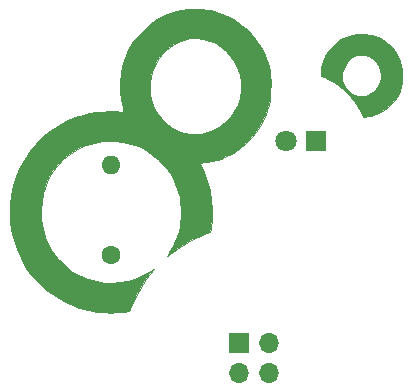
<source format=gbr>
G04 #@! TF.GenerationSoftware,KiCad,Pcbnew,(5.0.0)*
G04 #@! TF.CreationDate,2018-08-31T01:49:10-05:00*
G04 #@! TF.ProjectId,OSHWA Addon,4F53485741204164646F6E2E6B696361,rev?*
G04 #@! TF.SameCoordinates,Original*
G04 #@! TF.FileFunction,Copper,L1,Top,Signal*
G04 #@! TF.FilePolarity,Positive*
%FSLAX46Y46*%
G04 Gerber Fmt 4.6, Leading zero omitted, Abs format (unit mm)*
G04 Created by KiCad (PCBNEW (5.0.0)) date 08/31/18 01:49:10*
%MOMM*%
%LPD*%
G01*
G04 APERTURE LIST*
G04 #@! TA.AperFunction,EtchedComponent*
%ADD10C,0.010000*%
G04 #@! TD*
G04 #@! TA.AperFunction,ComponentPad*
%ADD11R,1.700000X1.700000*%
G04 #@! TD*
G04 #@! TA.AperFunction,ComponentPad*
%ADD12O,1.700000X1.700000*%
G04 #@! TD*
G04 #@! TA.AperFunction,ComponentPad*
%ADD13R,1.800000X1.800000*%
G04 #@! TD*
G04 #@! TA.AperFunction,ComponentPad*
%ADD14C,1.800000*%
G04 #@! TD*
G04 #@! TA.AperFunction,ComponentPad*
%ADD15C,1.600000*%
G04 #@! TD*
G04 #@! TA.AperFunction,ComponentPad*
%ADD16O,1.600000X1.600000*%
G04 #@! TD*
G04 APERTURE END LIST*
D10*
G04 #@! TO.C,G\002A\002A\002A*
G36*
X15282071Y498090D02*
X15629309Y485278D01*
X15950769Y463479D01*
X16225718Y433125D01*
X16402524Y402019D01*
X17098503Y203534D01*
X17762369Y-69010D01*
X18388703Y-410560D01*
X18972086Y-816061D01*
X19507100Y-1280456D01*
X19988327Y-1798691D01*
X20410347Y-2365710D01*
X20767743Y-2976459D01*
X21055096Y-3625882D01*
X21205356Y-4078789D01*
X21290920Y-4394767D01*
X21354379Y-4682596D01*
X21397994Y-4963118D01*
X21424026Y-5257176D01*
X21434735Y-5585614D01*
X21432382Y-5969273D01*
X21428476Y-6135969D01*
X21401997Y-6685634D01*
X21351378Y-7171887D01*
X21272263Y-7613639D01*
X21160296Y-8029800D01*
X21011121Y-8439281D01*
X20820382Y-8860991D01*
X20783808Y-8934664D01*
X20503599Y-9427695D01*
X20163998Y-9917558D01*
X19781201Y-10384734D01*
X19371405Y-10809702D01*
X18950807Y-11172941D01*
X18885230Y-11222806D01*
X18726460Y-11341782D01*
X18582264Y-11450818D01*
X18473445Y-11534135D01*
X18435333Y-11563983D01*
X18312136Y-11646310D01*
X18129587Y-11748091D01*
X17907803Y-11859576D01*
X17666903Y-11971016D01*
X17427005Y-12072661D01*
X17236809Y-12144817D01*
X16872864Y-12256458D01*
X16463007Y-12354240D01*
X16045809Y-12429850D01*
X15734555Y-12468612D01*
X15587749Y-12485972D01*
X15483066Y-12505207D01*
X15440101Y-12522569D01*
X15440260Y-12524916D01*
X15787092Y-13255436D01*
X16065422Y-14024114D01*
X16273425Y-14819871D01*
X16409279Y-15631627D01*
X16471159Y-16448305D01*
X16457243Y-17258824D01*
X16365705Y-18052107D01*
X16357745Y-18098683D01*
X16312451Y-18358778D01*
X15839309Y-18539853D01*
X15291590Y-18771202D01*
X14724324Y-19050555D01*
X14161040Y-19364491D01*
X13625267Y-19699590D01*
X13140534Y-20042431D01*
X12966832Y-20178222D01*
X12828504Y-20288344D01*
X12718526Y-20372936D01*
X12650691Y-20421566D01*
X12635666Y-20428668D01*
X12658059Y-20388759D01*
X12718219Y-20295429D01*
X12805613Y-20164799D01*
X12863259Y-20080291D01*
X13187110Y-19546931D01*
X13445456Y-18981899D01*
X13643908Y-18371564D01*
X13744336Y-17939627D01*
X13798356Y-17584374D01*
X13832004Y-17176967D01*
X13845311Y-16742446D01*
X13838311Y-16305852D01*
X13811036Y-15892228D01*
X13763518Y-15526613D01*
X13741058Y-15409666D01*
X13555803Y-14724137D01*
X13301311Y-14084944D01*
X12974950Y-13487427D01*
X12574087Y-12926922D01*
X12096089Y-12398768D01*
X11974167Y-12280626D01*
X11428716Y-11814893D01*
X10860439Y-11429906D01*
X10265550Y-11124166D01*
X9640263Y-10896173D01*
X8980794Y-10744430D01*
X8283356Y-10667435D01*
X7873166Y-10656411D01*
X7156083Y-10691816D01*
X6484290Y-10797516D01*
X5853450Y-10975206D01*
X5259227Y-11226585D01*
X4697282Y-11553350D01*
X4163280Y-11957197D01*
X3868960Y-12223279D01*
X3378095Y-12741905D01*
X2967172Y-13279924D01*
X2632680Y-13842447D01*
X2397146Y-14365967D01*
X2185529Y-15021603D01*
X2047058Y-15698841D01*
X1981338Y-16387217D01*
X1987976Y-17076267D01*
X2066575Y-17755527D01*
X2216741Y-18414534D01*
X2438079Y-19042822D01*
X2585751Y-19363049D01*
X2769500Y-19703311D01*
X2966143Y-20012562D01*
X3190537Y-20310712D01*
X3457538Y-20617668D01*
X3744452Y-20915812D01*
X4168828Y-21314629D01*
X4580791Y-21644614D01*
X4995550Y-21916971D01*
X5379699Y-22120135D01*
X6002779Y-22369808D01*
X6659477Y-22545947D01*
X7339830Y-22647605D01*
X8033873Y-22673838D01*
X8731641Y-22623698D01*
X9399722Y-22501887D01*
X9965408Y-22338227D01*
X10491113Y-22123474D01*
X11002232Y-21846264D01*
X11310214Y-21646772D01*
X11447374Y-21553484D01*
X11523098Y-21505615D01*
X11545736Y-21500647D01*
X11523638Y-21536059D01*
X11475133Y-21596998D01*
X10883195Y-22377475D01*
X10373230Y-23154789D01*
X9942841Y-23932882D01*
X9608970Y-24667839D01*
X9546189Y-24823551D01*
X9494989Y-24935080D01*
X9440369Y-25011168D01*
X9367329Y-25060558D01*
X9260868Y-25091993D01*
X9105986Y-25114216D01*
X8887683Y-25135968D01*
X8789431Y-25145491D01*
X8566701Y-25162165D01*
X8301635Y-25173882D01*
X8017904Y-25180402D01*
X7739177Y-25181486D01*
X7489123Y-25176894D01*
X7291413Y-25166387D01*
X7238166Y-25161175D01*
X7139774Y-25149724D01*
X6984247Y-25131643D01*
X6798549Y-25110068D01*
X6713366Y-25100175D01*
X5962464Y-24971983D01*
X5213313Y-24764607D01*
X4476015Y-24483114D01*
X3760675Y-24132576D01*
X3077395Y-23718059D01*
X2436277Y-23244634D01*
X1847424Y-22717370D01*
X1731766Y-22600706D01*
X1173650Y-21966432D01*
X687700Y-21289569D01*
X275325Y-20574022D01*
X-62067Y-19823698D01*
X-323067Y-19042501D01*
X-506268Y-18234338D01*
X-610260Y-17403113D01*
X-633636Y-16552733D01*
X-613040Y-16098195D01*
X-513339Y-15248873D01*
X-337595Y-14428400D01*
X-89150Y-13640659D01*
X228655Y-12889532D01*
X612477Y-12178901D01*
X1058975Y-11512648D01*
X1564807Y-10894655D01*
X2126630Y-10328804D01*
X2741103Y-9818977D01*
X3404884Y-9369058D01*
X4114630Y-8982926D01*
X4867001Y-8664466D01*
X5658653Y-8417559D01*
X6083785Y-8318927D01*
X6620991Y-8227964D01*
X7185800Y-8167298D01*
X7746932Y-8139123D01*
X8273107Y-8145630D01*
X8423500Y-8154976D01*
X8629462Y-8169824D01*
X8802527Y-8180896D01*
X8926520Y-8187260D01*
X8985268Y-8187986D01*
X8987689Y-8187431D01*
X8983530Y-8145494D01*
X8960257Y-8042097D01*
X8922472Y-7897061D01*
X8909033Y-7848535D01*
X8752538Y-7142846D01*
X8673064Y-6424978D01*
X8672079Y-6238843D01*
X11209262Y-6238843D01*
X11267620Y-6795397D01*
X11398446Y-7338978D01*
X11601965Y-7859792D01*
X11878403Y-8348043D01*
X11887205Y-8361166D01*
X12241895Y-8815778D01*
X12645980Y-9204175D01*
X13093574Y-9523644D01*
X13578790Y-9771474D01*
X14095742Y-9944954D01*
X14638542Y-10041373D01*
X15201305Y-10058018D01*
X15515443Y-10032399D01*
X16063056Y-9924661D01*
X16584367Y-9739468D01*
X17072497Y-9481775D01*
X17520565Y-9156535D01*
X17921691Y-8768704D01*
X18268993Y-8323235D01*
X18541764Y-7853279D01*
X18669689Y-7580851D01*
X18765792Y-7336637D01*
X18834274Y-7100262D01*
X18879335Y-6851353D01*
X18905175Y-6569536D01*
X18915995Y-6234440D01*
X18917080Y-6032833D01*
X18915999Y-5753659D01*
X18912044Y-5540977D01*
X18903364Y-5376614D01*
X18888105Y-5242402D01*
X18864414Y-5120170D01*
X18830438Y-4991748D01*
X18800766Y-4892442D01*
X18602236Y-4372245D01*
X18337243Y-3880937D01*
X18014046Y-3427432D01*
X17640905Y-3020641D01*
X17226078Y-2669480D01*
X16777826Y-2382859D01*
X16304408Y-2169694D01*
X16264873Y-2155798D01*
X15731738Y-2015741D01*
X15188595Y-1956372D01*
X14645460Y-1977299D01*
X14112351Y-2078125D01*
X13599286Y-2258458D01*
X13593675Y-2260934D01*
X13266179Y-2436181D01*
X12924175Y-2673728D01*
X12586247Y-2957943D01*
X12270979Y-3273193D01*
X11996955Y-3603847D01*
X11996612Y-3604309D01*
X11696008Y-4078802D01*
X11466746Y-4589296D01*
X11309050Y-5125998D01*
X11223147Y-5679112D01*
X11209262Y-6238843D01*
X8672079Y-6238843D01*
X8669247Y-5703987D01*
X8739722Y-4988929D01*
X8883126Y-4288860D01*
X9098092Y-3612835D01*
X9383257Y-2969911D01*
X9733897Y-2374143D01*
X10190757Y-1763694D01*
X10695332Y-1221015D01*
X11244920Y-747875D01*
X11836818Y-346044D01*
X12468321Y-17291D01*
X13136728Y236615D01*
X13839335Y413905D01*
X14049953Y450870D01*
X14292994Y478307D01*
X14593182Y495035D01*
X14929785Y501486D01*
X15282071Y498090D01*
X15282071Y498090D01*
G37*
X15282071Y498090D02*
X15629309Y485278D01*
X15950769Y463479D01*
X16225718Y433125D01*
X16402524Y402019D01*
X17098503Y203534D01*
X17762369Y-69010D01*
X18388703Y-410560D01*
X18972086Y-816061D01*
X19507100Y-1280456D01*
X19988327Y-1798691D01*
X20410347Y-2365710D01*
X20767743Y-2976459D01*
X21055096Y-3625882D01*
X21205356Y-4078789D01*
X21290920Y-4394767D01*
X21354379Y-4682596D01*
X21397994Y-4963118D01*
X21424026Y-5257176D01*
X21434735Y-5585614D01*
X21432382Y-5969273D01*
X21428476Y-6135969D01*
X21401997Y-6685634D01*
X21351378Y-7171887D01*
X21272263Y-7613639D01*
X21160296Y-8029800D01*
X21011121Y-8439281D01*
X20820382Y-8860991D01*
X20783808Y-8934664D01*
X20503599Y-9427695D01*
X20163998Y-9917558D01*
X19781201Y-10384734D01*
X19371405Y-10809702D01*
X18950807Y-11172941D01*
X18885230Y-11222806D01*
X18726460Y-11341782D01*
X18582264Y-11450818D01*
X18473445Y-11534135D01*
X18435333Y-11563983D01*
X18312136Y-11646310D01*
X18129587Y-11748091D01*
X17907803Y-11859576D01*
X17666903Y-11971016D01*
X17427005Y-12072661D01*
X17236809Y-12144817D01*
X16872864Y-12256458D01*
X16463007Y-12354240D01*
X16045809Y-12429850D01*
X15734555Y-12468612D01*
X15587749Y-12485972D01*
X15483066Y-12505207D01*
X15440101Y-12522569D01*
X15440260Y-12524916D01*
X15787092Y-13255436D01*
X16065422Y-14024114D01*
X16273425Y-14819871D01*
X16409279Y-15631627D01*
X16471159Y-16448305D01*
X16457243Y-17258824D01*
X16365705Y-18052107D01*
X16357745Y-18098683D01*
X16312451Y-18358778D01*
X15839309Y-18539853D01*
X15291590Y-18771202D01*
X14724324Y-19050555D01*
X14161040Y-19364491D01*
X13625267Y-19699590D01*
X13140534Y-20042431D01*
X12966832Y-20178222D01*
X12828504Y-20288344D01*
X12718526Y-20372936D01*
X12650691Y-20421566D01*
X12635666Y-20428668D01*
X12658059Y-20388759D01*
X12718219Y-20295429D01*
X12805613Y-20164799D01*
X12863259Y-20080291D01*
X13187110Y-19546931D01*
X13445456Y-18981899D01*
X13643908Y-18371564D01*
X13744336Y-17939627D01*
X13798356Y-17584374D01*
X13832004Y-17176967D01*
X13845311Y-16742446D01*
X13838311Y-16305852D01*
X13811036Y-15892228D01*
X13763518Y-15526613D01*
X13741058Y-15409666D01*
X13555803Y-14724137D01*
X13301311Y-14084944D01*
X12974950Y-13487427D01*
X12574087Y-12926922D01*
X12096089Y-12398768D01*
X11974167Y-12280626D01*
X11428716Y-11814893D01*
X10860439Y-11429906D01*
X10265550Y-11124166D01*
X9640263Y-10896173D01*
X8980794Y-10744430D01*
X8283356Y-10667435D01*
X7873166Y-10656411D01*
X7156083Y-10691816D01*
X6484290Y-10797516D01*
X5853450Y-10975206D01*
X5259227Y-11226585D01*
X4697282Y-11553350D01*
X4163280Y-11957197D01*
X3868960Y-12223279D01*
X3378095Y-12741905D01*
X2967172Y-13279924D01*
X2632680Y-13842447D01*
X2397146Y-14365967D01*
X2185529Y-15021603D01*
X2047058Y-15698841D01*
X1981338Y-16387217D01*
X1987976Y-17076267D01*
X2066575Y-17755527D01*
X2216741Y-18414534D01*
X2438079Y-19042822D01*
X2585751Y-19363049D01*
X2769500Y-19703311D01*
X2966143Y-20012562D01*
X3190537Y-20310712D01*
X3457538Y-20617668D01*
X3744452Y-20915812D01*
X4168828Y-21314629D01*
X4580791Y-21644614D01*
X4995550Y-21916971D01*
X5379699Y-22120135D01*
X6002779Y-22369808D01*
X6659477Y-22545947D01*
X7339830Y-22647605D01*
X8033873Y-22673838D01*
X8731641Y-22623698D01*
X9399722Y-22501887D01*
X9965408Y-22338227D01*
X10491113Y-22123474D01*
X11002232Y-21846264D01*
X11310214Y-21646772D01*
X11447374Y-21553484D01*
X11523098Y-21505615D01*
X11545736Y-21500647D01*
X11523638Y-21536059D01*
X11475133Y-21596998D01*
X10883195Y-22377475D01*
X10373230Y-23154789D01*
X9942841Y-23932882D01*
X9608970Y-24667839D01*
X9546189Y-24823551D01*
X9494989Y-24935080D01*
X9440369Y-25011168D01*
X9367329Y-25060558D01*
X9260868Y-25091993D01*
X9105986Y-25114216D01*
X8887683Y-25135968D01*
X8789431Y-25145491D01*
X8566701Y-25162165D01*
X8301635Y-25173882D01*
X8017904Y-25180402D01*
X7739177Y-25181486D01*
X7489123Y-25176894D01*
X7291413Y-25166387D01*
X7238166Y-25161175D01*
X7139774Y-25149724D01*
X6984247Y-25131643D01*
X6798549Y-25110068D01*
X6713366Y-25100175D01*
X5962464Y-24971983D01*
X5213313Y-24764607D01*
X4476015Y-24483114D01*
X3760675Y-24132576D01*
X3077395Y-23718059D01*
X2436277Y-23244634D01*
X1847424Y-22717370D01*
X1731766Y-22600706D01*
X1173650Y-21966432D01*
X687700Y-21289569D01*
X275325Y-20574022D01*
X-62067Y-19823698D01*
X-323067Y-19042501D01*
X-506268Y-18234338D01*
X-610260Y-17403113D01*
X-633636Y-16552733D01*
X-613040Y-16098195D01*
X-513339Y-15248873D01*
X-337595Y-14428400D01*
X-89150Y-13640659D01*
X228655Y-12889532D01*
X612477Y-12178901D01*
X1058975Y-11512648D01*
X1564807Y-10894655D01*
X2126630Y-10328804D01*
X2741103Y-9818977D01*
X3404884Y-9369058D01*
X4114630Y-8982926D01*
X4867001Y-8664466D01*
X5658653Y-8417559D01*
X6083785Y-8318927D01*
X6620991Y-8227964D01*
X7185800Y-8167298D01*
X7746932Y-8139123D01*
X8273107Y-8145630D01*
X8423500Y-8154976D01*
X8629462Y-8169824D01*
X8802527Y-8180896D01*
X8926520Y-8187260D01*
X8985268Y-8187986D01*
X8987689Y-8187431D01*
X8983530Y-8145494D01*
X8960257Y-8042097D01*
X8922472Y-7897061D01*
X8909033Y-7848535D01*
X8752538Y-7142846D01*
X8673064Y-6424978D01*
X8672079Y-6238843D01*
X11209262Y-6238843D01*
X11267620Y-6795397D01*
X11398446Y-7338978D01*
X11601965Y-7859792D01*
X11878403Y-8348043D01*
X11887205Y-8361166D01*
X12241895Y-8815778D01*
X12645980Y-9204175D01*
X13093574Y-9523644D01*
X13578790Y-9771474D01*
X14095742Y-9944954D01*
X14638542Y-10041373D01*
X15201305Y-10058018D01*
X15515443Y-10032399D01*
X16063056Y-9924661D01*
X16584367Y-9739468D01*
X17072497Y-9481775D01*
X17520565Y-9156535D01*
X17921691Y-8768704D01*
X18268993Y-8323235D01*
X18541764Y-7853279D01*
X18669689Y-7580851D01*
X18765792Y-7336637D01*
X18834274Y-7100262D01*
X18879335Y-6851353D01*
X18905175Y-6569536D01*
X18915995Y-6234440D01*
X18917080Y-6032833D01*
X18915999Y-5753659D01*
X18912044Y-5540977D01*
X18903364Y-5376614D01*
X18888105Y-5242402D01*
X18864414Y-5120170D01*
X18830438Y-4991748D01*
X18800766Y-4892442D01*
X18602236Y-4372245D01*
X18337243Y-3880937D01*
X18014046Y-3427432D01*
X17640905Y-3020641D01*
X17226078Y-2669480D01*
X16777826Y-2382859D01*
X16304408Y-2169694D01*
X16264873Y-2155798D01*
X15731738Y-2015741D01*
X15188595Y-1956372D01*
X14645460Y-1977299D01*
X14112351Y-2078125D01*
X13599286Y-2258458D01*
X13593675Y-2260934D01*
X13266179Y-2436181D01*
X12924175Y-2673728D01*
X12586247Y-2957943D01*
X12270979Y-3273193D01*
X11996955Y-3603847D01*
X11996612Y-3604309D01*
X11696008Y-4078802D01*
X11466746Y-4589296D01*
X11309050Y-5125998D01*
X11223147Y-5679112D01*
X11209262Y-6238843D01*
X8672079Y-6238843D01*
X8669247Y-5703987D01*
X8739722Y-4988929D01*
X8883126Y-4288860D01*
X9098092Y-3612835D01*
X9383257Y-2969911D01*
X9733897Y-2374143D01*
X10190757Y-1763694D01*
X10695332Y-1221015D01*
X11244920Y-747875D01*
X11836818Y-346044D01*
X12468321Y-17291D01*
X13136728Y236615D01*
X13839335Y413905D01*
X14049953Y450870D01*
X14292994Y478307D01*
X14593182Y495035D01*
X14929785Y501486D01*
X15282071Y498090D01*
G36*
X29867129Y-1647325D02*
X29992333Y-1674342D01*
X30258091Y-1757328D01*
X30556088Y-1883725D01*
X30857018Y-2038802D01*
X31131570Y-2207829D01*
X31296050Y-2329561D01*
X31638234Y-2656354D01*
X31944755Y-3041922D01*
X32203411Y-3466592D01*
X32402001Y-3910692D01*
X32516333Y-4297166D01*
X32566759Y-4621182D01*
X32589238Y-4987371D01*
X32583763Y-5361856D01*
X32550329Y-5710761D01*
X32516598Y-5894825D01*
X32357602Y-6414568D01*
X32129116Y-6893741D01*
X31836787Y-7326439D01*
X31486261Y-7706756D01*
X31083184Y-8028787D01*
X30633203Y-8286627D01*
X30141965Y-8474370D01*
X30017311Y-8508660D01*
X29823187Y-8550662D01*
X29626470Y-8581128D01*
X29467410Y-8593923D01*
X29457571Y-8594000D01*
X29232686Y-8594000D01*
X29137527Y-8371750D01*
X28854196Y-7804107D01*
X28506091Y-7265251D01*
X28102280Y-6764176D01*
X27651829Y-6309876D01*
X27163806Y-5911344D01*
X26647277Y-5577575D01*
X26111310Y-5317562D01*
X26023974Y-5283260D01*
X25674333Y-5150448D01*
X25674333Y-5119341D01*
X27477358Y-5119341D01*
X27505010Y-5459792D01*
X27595070Y-5786884D01*
X27745526Y-6090323D01*
X27954367Y-6359813D01*
X28219581Y-6585059D01*
X28539156Y-6755767D01*
X28608026Y-6781962D01*
X28865913Y-6840018D01*
X29160866Y-6852431D01*
X29459740Y-6820876D01*
X29729392Y-6747030D01*
X29788081Y-6722283D01*
X30101317Y-6534436D01*
X30361112Y-6290037D01*
X30563979Y-6000889D01*
X30706435Y-5678797D01*
X30784994Y-5335566D01*
X30796171Y-4983001D01*
X30736480Y-4632906D01*
X30602437Y-4297086D01*
X30537190Y-4184915D01*
X30350484Y-3943825D01*
X30116157Y-3720637D01*
X29863063Y-3541114D01*
X29747564Y-3479954D01*
X29610997Y-3422558D01*
X29484988Y-3388462D01*
X29338584Y-3372098D01*
X29140831Y-3367901D01*
X29124500Y-3367919D01*
X28924369Y-3372049D01*
X28778195Y-3387347D01*
X28655440Y-3419583D01*
X28525564Y-3474526D01*
X28503037Y-3485347D01*
X28346188Y-3578007D01*
X28172740Y-3705405D01*
X28031080Y-3829846D01*
X27788976Y-4120783D01*
X27617330Y-4439542D01*
X27514128Y-4775826D01*
X27477358Y-5119341D01*
X25674333Y-5119341D01*
X25674333Y-4928614D01*
X25706908Y-4540922D01*
X25800154Y-4124674D01*
X25947355Y-3702570D01*
X26141793Y-3297312D01*
X26173712Y-3240944D01*
X26287934Y-3075418D01*
X26452987Y-2877391D01*
X26651353Y-2664331D01*
X26865512Y-2453705D01*
X27077946Y-2262980D01*
X27271137Y-2109625D01*
X27382610Y-2035580D01*
X27828421Y-1820507D01*
X28314319Y-1672132D01*
X28825763Y-1592469D01*
X29348213Y-1583529D01*
X29867129Y-1647325D01*
X29867129Y-1647325D01*
G37*
X29867129Y-1647325D02*
X29992333Y-1674342D01*
X30258091Y-1757328D01*
X30556088Y-1883725D01*
X30857018Y-2038802D01*
X31131570Y-2207829D01*
X31296050Y-2329561D01*
X31638234Y-2656354D01*
X31944755Y-3041922D01*
X32203411Y-3466592D01*
X32402001Y-3910692D01*
X32516333Y-4297166D01*
X32566759Y-4621182D01*
X32589238Y-4987371D01*
X32583763Y-5361856D01*
X32550329Y-5710761D01*
X32516598Y-5894825D01*
X32357602Y-6414568D01*
X32129116Y-6893741D01*
X31836787Y-7326439D01*
X31486261Y-7706756D01*
X31083184Y-8028787D01*
X30633203Y-8286627D01*
X30141965Y-8474370D01*
X30017311Y-8508660D01*
X29823187Y-8550662D01*
X29626470Y-8581128D01*
X29467410Y-8593923D01*
X29457571Y-8594000D01*
X29232686Y-8594000D01*
X29137527Y-8371750D01*
X28854196Y-7804107D01*
X28506091Y-7265251D01*
X28102280Y-6764176D01*
X27651829Y-6309876D01*
X27163806Y-5911344D01*
X26647277Y-5577575D01*
X26111310Y-5317562D01*
X26023974Y-5283260D01*
X25674333Y-5150448D01*
X25674333Y-5119341D01*
X27477358Y-5119341D01*
X27505010Y-5459792D01*
X27595070Y-5786884D01*
X27745526Y-6090323D01*
X27954367Y-6359813D01*
X28219581Y-6585059D01*
X28539156Y-6755767D01*
X28608026Y-6781962D01*
X28865913Y-6840018D01*
X29160866Y-6852431D01*
X29459740Y-6820876D01*
X29729392Y-6747030D01*
X29788081Y-6722283D01*
X30101317Y-6534436D01*
X30361112Y-6290037D01*
X30563979Y-6000889D01*
X30706435Y-5678797D01*
X30784994Y-5335566D01*
X30796171Y-4983001D01*
X30736480Y-4632906D01*
X30602437Y-4297086D01*
X30537190Y-4184915D01*
X30350484Y-3943825D01*
X30116157Y-3720637D01*
X29863063Y-3541114D01*
X29747564Y-3479954D01*
X29610997Y-3422558D01*
X29484988Y-3388462D01*
X29338584Y-3372098D01*
X29140831Y-3367901D01*
X29124500Y-3367919D01*
X28924369Y-3372049D01*
X28778195Y-3387347D01*
X28655440Y-3419583D01*
X28525564Y-3474526D01*
X28503037Y-3485347D01*
X28346188Y-3578007D01*
X28172740Y-3705405D01*
X28031080Y-3829846D01*
X27788976Y-4120783D01*
X27617330Y-4439542D01*
X27514128Y-4775826D01*
X27477358Y-5119341D01*
X25674333Y-5119341D01*
X25674333Y-4928614D01*
X25706908Y-4540922D01*
X25800154Y-4124674D01*
X25947355Y-3702570D01*
X26141793Y-3297312D01*
X26173712Y-3240944D01*
X26287934Y-3075418D01*
X26452987Y-2877391D01*
X26651353Y-2664331D01*
X26865512Y-2453705D01*
X27077946Y-2262980D01*
X27271137Y-2109625D01*
X27382610Y-2035580D01*
X27828421Y-1820507D01*
X28314319Y-1672132D01*
X28825763Y-1592469D01*
X29348213Y-1583529D01*
X29867129Y-1647325D01*
G04 #@! TD*
D11*
G04 #@! TO.P,J1,1*
G04 #@! TO.N,Net-(J1-Pad1)*
X18730000Y-27730000D03*
D12*
G04 #@! TO.P,J1,2*
G04 #@! TO.N,Net-(J1-Pad2)*
X21270000Y-27730000D03*
G04 #@! TO.P,J1,3*
G04 #@! TO.N,Net-(D1-Pad1)*
X18730000Y-30270000D03*
G04 #@! TO.P,J1,4*
G04 #@! TO.N,Net-(J1-Pad4)*
X21270000Y-30270000D03*
G04 #@! TD*
D13*
G04 #@! TO.P,D1,1*
G04 #@! TO.N,Net-(D1-Pad1)*
X25255115Y-10622036D03*
D14*
G04 #@! TO.P,D1,2*
G04 #@! TO.N,Net-(D1-Pad2)*
X22715115Y-10622036D03*
G04 #@! TD*
D15*
G04 #@! TO.P,R1,1*
G04 #@! TO.N,Net-(J1-Pad1)*
X7909315Y-20296430D03*
D16*
G04 #@! TO.P,R1,2*
G04 #@! TO.N,Net-(D1-Pad2)*
X7909315Y-12676430D03*
G04 #@! TD*
M02*

</source>
